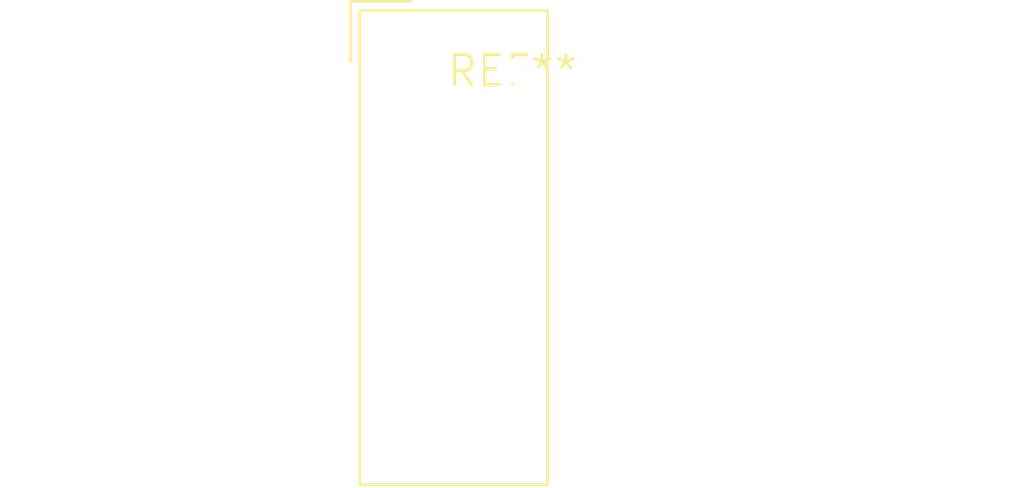
<source format=kicad_pcb>
(kicad_pcb (version 20240108) (generator pcbnew)
  (layers (0 "F.Cu" signal) (31 "B.Cu" signal) (34 "B.Paste" user) (35 "F.Paste" user) (36 "B.SilkS" user "B.Silkscreen") (37 "F.SilkS" user "F.Silkscreen") (38 "B.Mask" user) (39 "F.Mask" user) (44 "Edge.Cuts" user))
  (net 0 "")
  (footprint "Converter_DCDC_TRACO_TBA2-xxxx_Dual_THT" (layer "F.Cu") (at 0 0)
    (property "Reference" "REF**")
    (property "Value" "Converter_DCDC_TRACO_TBA2-xxxx_Dual_THT")
    (fp_line (start -6.75 -2.9) (end -4.216667 -2.9) (layer "F.SilkS") (stroke (width 0.12)))
    (fp_line (start -6.75 -0.366667) (end -6.75 -2.9) (layer "F.SilkS") (stroke (width 0.12)))
    (fp_line (start -6.37 -2.52) (end -6.37 17.27) (layer "F.SilkS") (stroke (width 0.12)))
    (fp_line (start -6.37 -2.52) (end 1.47 -2.52) (layer "F.SilkS") (stroke (width 0.12)))
    (fp_line (start -6.37 17.27) (end 1.47 17.27) (layer "F.SilkS") (stroke (width 0.12)))
    (fp_line (start 1.47 -2.52) (end 1.47 17.27) (layer "F.SilkS") (stroke (width 0.12)))
    (pad "1" thru_hole rect (at 0 0) (size 1.5 1.5) (drill 1) (layers *.Cu *.Mask) (remove_unused_layers))
    (pad "2" thru_hole circle (at 0 2.54) (size 1.5 1.5) (drill 1) (layers *.Cu *.Mask) (remove_unused_layers))
    (pad "4" thru_hole circle (at 0 7.62) (size 1.5 1.5) (drill 1) (layers *.Cu *.Mask) (remove_unused_layers))
    (pad "5" thru_hole circle (at 0 10.16) (size 1.5 1.5) (drill 1) (layers *.Cu *.Mask) (remove_unused_layers))
    (pad "6" thru_hole circle (at 0 12.7) (size 1.5 1.5) (drill 1) (layers *.Cu *.Mask) (remove_unused_layers))
  )
)
</source>
